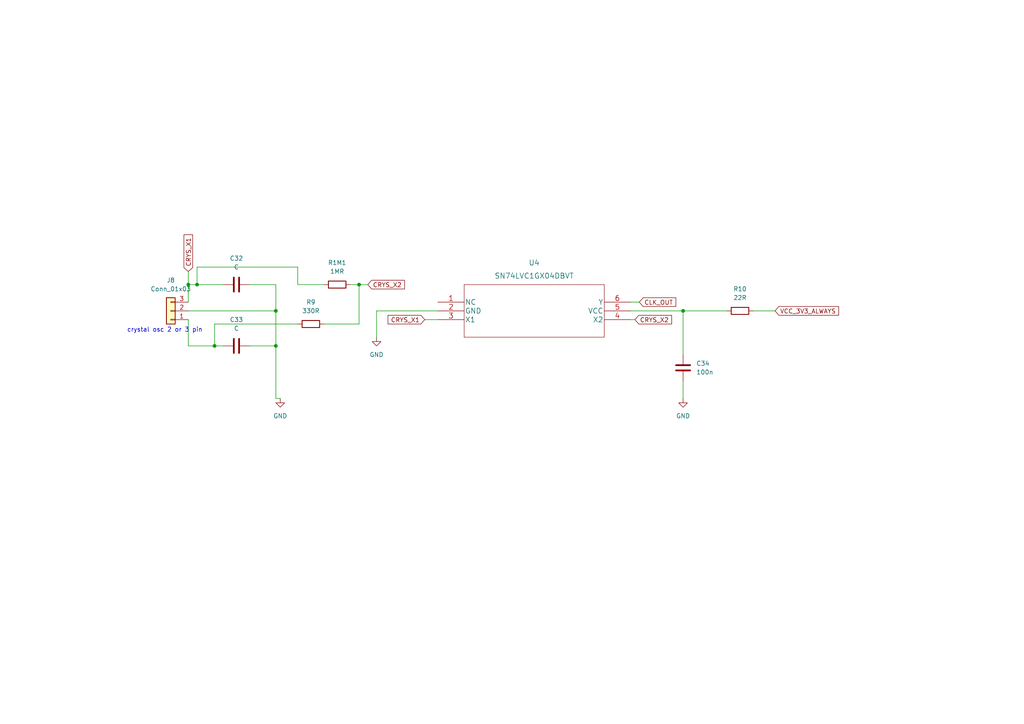
<source format=kicad_sch>
(kicad_sch (version 20211123) (generator eeschema)

  (uuid ec3cffd8-e176-4cc3-a842-f1d0fa2507b8)

  (paper "A4")

  (lib_symbols
    (symbol "Connector_Generic:Conn_01x03" (pin_names (offset 1.016) hide) (in_bom yes) (on_board yes)
      (property "Reference" "J" (id 0) (at 0 5.08 0)
        (effects (font (size 1.27 1.27)))
      )
      (property "Value" "Conn_01x03" (id 1) (at 0 -5.08 0)
        (effects (font (size 1.27 1.27)))
      )
      (property "Footprint" "" (id 2) (at 0 0 0)
        (effects (font (size 1.27 1.27)) hide)
      )
      (property "Datasheet" "~" (id 3) (at 0 0 0)
        (effects (font (size 1.27 1.27)) hide)
      )
      (property "ki_keywords" "connector" (id 4) (at 0 0 0)
        (effects (font (size 1.27 1.27)) hide)
      )
      (property "ki_description" "Generic connector, single row, 01x03, script generated (kicad-library-utils/schlib/autogen/connector/)" (id 5) (at 0 0 0)
        (effects (font (size 1.27 1.27)) hide)
      )
      (property "ki_fp_filters" "Connector*:*_1x??_*" (id 6) (at 0 0 0)
        (effects (font (size 1.27 1.27)) hide)
      )
      (symbol "Conn_01x03_1_1"
        (rectangle (start -1.27 -2.413) (end 0 -2.667)
          (stroke (width 0.1524) (type default) (color 0 0 0 0))
          (fill (type none))
        )
        (rectangle (start -1.27 0.127) (end 0 -0.127)
          (stroke (width 0.1524) (type default) (color 0 0 0 0))
          (fill (type none))
        )
        (rectangle (start -1.27 2.667) (end 0 2.413)
          (stroke (width 0.1524) (type default) (color 0 0 0 0))
          (fill (type none))
        )
        (rectangle (start -1.27 3.81) (end 1.27 -3.81)
          (stroke (width 0.254) (type default) (color 0 0 0 0))
          (fill (type background))
        )
        (pin passive line (at -5.08 2.54 0) (length 3.81)
          (name "Pin_1" (effects (font (size 1.27 1.27))))
          (number "1" (effects (font (size 1.27 1.27))))
        )
        (pin passive line (at -5.08 0 0) (length 3.81)
          (name "Pin_2" (effects (font (size 1.27 1.27))))
          (number "2" (effects (font (size 1.27 1.27))))
        )
        (pin passive line (at -5.08 -2.54 0) (length 3.81)
          (name "Pin_3" (effects (font (size 1.27 1.27))))
          (number "3" (effects (font (size 1.27 1.27))))
        )
      )
    )
    (symbol "Device:C" (pin_numbers hide) (pin_names (offset 0.254)) (in_bom yes) (on_board yes)
      (property "Reference" "C" (id 0) (at 0.635 2.54 0)
        (effects (font (size 1.27 1.27)) (justify left))
      )
      (property "Value" "C" (id 1) (at 0.635 -2.54 0)
        (effects (font (size 1.27 1.27)) (justify left))
      )
      (property "Footprint" "" (id 2) (at 0.9652 -3.81 0)
        (effects (font (size 1.27 1.27)) hide)
      )
      (property "Datasheet" "~" (id 3) (at 0 0 0)
        (effects (font (size 1.27 1.27)) hide)
      )
      (property "ki_keywords" "cap capacitor" (id 4) (at 0 0 0)
        (effects (font (size 1.27 1.27)) hide)
      )
      (property "ki_description" "Unpolarized capacitor" (id 5) (at 0 0 0)
        (effects (font (size 1.27 1.27)) hide)
      )
      (property "ki_fp_filters" "C_*" (id 6) (at 0 0 0)
        (effects (font (size 1.27 1.27)) hide)
      )
      (symbol "C_0_1"
        (polyline
          (pts
            (xy -2.032 -0.762)
            (xy 2.032 -0.762)
          )
          (stroke (width 0.508) (type default) (color 0 0 0 0))
          (fill (type none))
        )
        (polyline
          (pts
            (xy -2.032 0.762)
            (xy 2.032 0.762)
          )
          (stroke (width 0.508) (type default) (color 0 0 0 0))
          (fill (type none))
        )
      )
      (symbol "C_1_1"
        (pin passive line (at 0 3.81 270) (length 2.794)
          (name "~" (effects (font (size 1.27 1.27))))
          (number "1" (effects (font (size 1.27 1.27))))
        )
        (pin passive line (at 0 -3.81 90) (length 2.794)
          (name "~" (effects (font (size 1.27 1.27))))
          (number "2" (effects (font (size 1.27 1.27))))
        )
      )
    )
    (symbol "Device:R" (pin_numbers hide) (pin_names (offset 0)) (in_bom yes) (on_board yes)
      (property "Reference" "R" (id 0) (at 2.032 0 90)
        (effects (font (size 1.27 1.27)))
      )
      (property "Value" "R" (id 1) (at 0 0 90)
        (effects (font (size 1.27 1.27)))
      )
      (property "Footprint" "" (id 2) (at -1.778 0 90)
        (effects (font (size 1.27 1.27)) hide)
      )
      (property "Datasheet" "~" (id 3) (at 0 0 0)
        (effects (font (size 1.27 1.27)) hide)
      )
      (property "ki_keywords" "R res resistor" (id 4) (at 0 0 0)
        (effects (font (size 1.27 1.27)) hide)
      )
      (property "ki_description" "Resistor" (id 5) (at 0 0 0)
        (effects (font (size 1.27 1.27)) hide)
      )
      (property "ki_fp_filters" "R_*" (id 6) (at 0 0 0)
        (effects (font (size 1.27 1.27)) hide)
      )
      (symbol "R_0_1"
        (rectangle (start -1.016 -2.54) (end 1.016 2.54)
          (stroke (width 0.254) (type default) (color 0 0 0 0))
          (fill (type none))
        )
      )
      (symbol "R_1_1"
        (pin passive line (at 0 3.81 270) (length 1.27)
          (name "~" (effects (font (size 1.27 1.27))))
          (number "1" (effects (font (size 1.27 1.27))))
        )
        (pin passive line (at 0 -3.81 90) (length 1.27)
          (name "~" (effects (font (size 1.27 1.27))))
          (number "2" (effects (font (size 1.27 1.27))))
        )
      )
    )
    (symbol "glitcher:SN74LVC1GX04DBVT" (pin_names (offset 0.254)) (in_bom yes) (on_board yes)
      (property "Reference" "U" (id 0) (at 27.94 10.16 0)
        (effects (font (size 1.524 1.524)))
      )
      (property "Value" "SN74LVC1GX04DBVT" (id 1) (at 27.94 7.62 0)
        (effects (font (size 1.524 1.524)))
      )
      (property "Footprint" "DBV6" (id 2) (at 27.94 6.096 0)
        (effects (font (size 1.524 1.524)) hide)
      )
      (property "Datasheet" "" (id 3) (at 0 0 0)
        (effects (font (size 1.524 1.524)))
      )
      (property "ki_locked" "" (id 4) (at 0 0 0)
        (effects (font (size 1.27 1.27)))
      )
      (property "ki_fp_filters" "DBV6 DBV6-M DBV6-L" (id 5) (at 0 0 0)
        (effects (font (size 1.27 1.27)) hide)
      )
      (symbol "SN74LVC1GX04DBVT_1_1"
        (polyline
          (pts
            (xy 7.62 -10.16)
            (xy 48.26 -10.16)
          )
          (stroke (width 0.127) (type default) (color 0 0 0 0))
          (fill (type none))
        )
        (polyline
          (pts
            (xy 7.62 5.08)
            (xy 7.62 -10.16)
          )
          (stroke (width 0.127) (type default) (color 0 0 0 0))
          (fill (type none))
        )
        (polyline
          (pts
            (xy 48.26 -10.16)
            (xy 48.26 5.08)
          )
          (stroke (width 0.127) (type default) (color 0 0 0 0))
          (fill (type none))
        )
        (polyline
          (pts
            (xy 48.26 5.08)
            (xy 7.62 5.08)
          )
          (stroke (width 0.127) (type default) (color 0 0 0 0))
          (fill (type none))
        )
        (pin unspecified line (at 0 0 0) (length 7.62)
          (name "NC" (effects (font (size 1.4986 1.4986))))
          (number "1" (effects (font (size 1.4986 1.4986))))
        )
        (pin power_in line (at 0 -2.54 0) (length 7.62)
          (name "GND" (effects (font (size 1.4986 1.4986))))
          (number "2" (effects (font (size 1.4986 1.4986))))
        )
        (pin output line (at 0 -5.08 0) (length 7.62)
          (name "X1" (effects (font (size 1.4986 1.4986))))
          (number "3" (effects (font (size 1.4986 1.4986))))
        )
        (pin output line (at 55.88 -5.08 180) (length 7.62)
          (name "X2" (effects (font (size 1.4986 1.4986))))
          (number "4" (effects (font (size 1.4986 1.4986))))
        )
        (pin power_in line (at 55.88 -2.54 180) (length 7.62)
          (name "VCC" (effects (font (size 1.4986 1.4986))))
          (number "5" (effects (font (size 1.4986 1.4986))))
        )
        (pin output line (at 55.88 0 180) (length 7.62)
          (name "Y" (effects (font (size 1.4986 1.4986))))
          (number "6" (effects (font (size 1.4986 1.4986))))
        )
      )
    )
    (symbol "power:GND" (power) (pin_names (offset 0)) (in_bom yes) (on_board yes)
      (property "Reference" "#PWR" (id 0) (at 0 -6.35 0)
        (effects (font (size 1.27 1.27)) hide)
      )
      (property "Value" "GND" (id 1) (at 0 -3.81 0)
        (effects (font (size 1.27 1.27)))
      )
      (property "Footprint" "" (id 2) (at 0 0 0)
        (effects (font (size 1.27 1.27)) hide)
      )
      (property "Datasheet" "" (id 3) (at 0 0 0)
        (effects (font (size 1.27 1.27)) hide)
      )
      (property "ki_keywords" "power-flag" (id 4) (at 0 0 0)
        (effects (font (size 1.27 1.27)) hide)
      )
      (property "ki_description" "Power symbol creates a global label with name \"GND\" , ground" (id 5) (at 0 0 0)
        (effects (font (size 1.27 1.27)) hide)
      )
      (symbol "GND_0_1"
        (polyline
          (pts
            (xy 0 0)
            (xy 0 -1.27)
            (xy 1.27 -1.27)
            (xy 0 -2.54)
            (xy -1.27 -1.27)
            (xy 0 -1.27)
          )
          (stroke (width 0) (type default) (color 0 0 0 0))
          (fill (type none))
        )
      )
      (symbol "GND_1_1"
        (pin power_in line (at 0 0 270) (length 0) hide
          (name "GND" (effects (font (size 1.27 1.27))))
          (number "1" (effects (font (size 1.27 1.27))))
        )
      )
    )
  )

  (junction (at 57.15 82.55) (diameter 0) (color 0 0 0 0)
    (uuid 08c09bdd-2d4d-4e50-b0ef-ce2a70bd4ec0)
  )
  (junction (at 104.14 82.55) (diameter 0) (color 0 0 0 0)
    (uuid 0c754a10-080c-41e6-a246-dd3c5c50c0ea)
  )
  (junction (at 80.01 90.17) (diameter 0) (color 0 0 0 0)
    (uuid 315f55ed-6763-42cf-89bf-b14b8ff802a4)
  )
  (junction (at 62.23 100.33) (diameter 0) (color 0 0 0 0)
    (uuid bf53d53c-e207-491e-b029-650f95b1f55c)
  )
  (junction (at 198.12 90.17) (diameter 0) (color 0 0 0 0)
    (uuid c578684b-74a3-473e-8ef1-5deacdb8ed44)
  )
  (junction (at 54.61 82.55) (diameter 0) (color 0 0 0 0)
    (uuid e17ef4a1-da71-4e0a-962a-76accb9a61f8)
  )
  (junction (at 80.01 100.33) (diameter 0) (color 0 0 0 0)
    (uuid e8b31e80-e774-4dd1-b1e2-6e1c4a6b3083)
  )

  (wire (pts (xy 54.61 100.33) (xy 54.61 92.71))
    (stroke (width 0) (type default) (color 0 0 0 0))
    (uuid 1c24c729-9b74-4204-a74b-e64abfa4d459)
  )
  (wire (pts (xy 86.36 93.98) (xy 62.23 93.98))
    (stroke (width 0) (type default) (color 0 0 0 0))
    (uuid 2414a692-04ff-4daf-9007-ded3ac906915)
  )
  (wire (pts (xy 54.61 82.55) (xy 57.15 82.55))
    (stroke (width 0) (type default) (color 0 0 0 0))
    (uuid 257b61b3-1844-4876-a81f-9be13e2dbd84)
  )
  (wire (pts (xy 64.77 100.33) (xy 62.23 100.33))
    (stroke (width 0) (type default) (color 0 0 0 0))
    (uuid 28194f4f-55fd-4423-981f-c2816d8d55ce)
  )
  (wire (pts (xy 80.01 82.55) (xy 80.01 90.17))
    (stroke (width 0) (type default) (color 0 0 0 0))
    (uuid 28ee1599-30df-43c0-b452-c94473713768)
  )
  (wire (pts (xy 54.61 90.17) (xy 80.01 90.17))
    (stroke (width 0) (type default) (color 0 0 0 0))
    (uuid 2cae8a38-1fe7-46d9-b60c-c445d4df8e2e)
  )
  (wire (pts (xy 80.01 90.17) (xy 80.01 100.33))
    (stroke (width 0) (type default) (color 0 0 0 0))
    (uuid 2ffb4c2b-6d95-4f28-a5de-3b0fdc9b76d8)
  )
  (wire (pts (xy 86.36 77.47) (xy 57.15 77.47))
    (stroke (width 0) (type default) (color 0 0 0 0))
    (uuid 32a6d72d-d055-4b1e-be99-963b9d442fb2)
  )
  (wire (pts (xy 109.22 97.79) (xy 109.22 90.17))
    (stroke (width 0) (type default) (color 0 0 0 0))
    (uuid 43bd7737-07a1-4d43-868f-2094ad0ef333)
  )
  (wire (pts (xy 182.88 92.71) (xy 184.15 92.71))
    (stroke (width 0) (type default) (color 0 0 0 0))
    (uuid 5398eb8b-ecef-4638-aa5d-6977099f01cc)
  )
  (wire (pts (xy 198.12 90.17) (xy 210.82 90.17))
    (stroke (width 0) (type default) (color 0 0 0 0))
    (uuid 5f8c4d6c-1ca2-4b46-9bbb-ac8ec3cae566)
  )
  (wire (pts (xy 123.19 92.71) (xy 127 92.71))
    (stroke (width 0) (type default) (color 0 0 0 0))
    (uuid 61d43247-65ce-481a-8301-384bc3623167)
  )
  (wire (pts (xy 57.15 77.47) (xy 57.15 82.55))
    (stroke (width 0) (type default) (color 0 0 0 0))
    (uuid 62db49e7-554d-4505-b457-d2611278e408)
  )
  (wire (pts (xy 101.6 82.55) (xy 104.14 82.55))
    (stroke (width 0) (type default) (color 0 0 0 0))
    (uuid 64551682-eb99-4849-ab94-fc715e7afd13)
  )
  (wire (pts (xy 54.61 87.63) (xy 54.61 82.55))
    (stroke (width 0) (type default) (color 0 0 0 0))
    (uuid 73596efe-873b-44a4-b029-bbec938dc5ec)
  )
  (wire (pts (xy 54.61 78.74) (xy 54.61 82.55))
    (stroke (width 0) (type default) (color 0 0 0 0))
    (uuid 7d631f0b-8493-44b8-82a2-ef8752002b07)
  )
  (wire (pts (xy 80.01 100.33) (xy 72.39 100.33))
    (stroke (width 0) (type default) (color 0 0 0 0))
    (uuid 7e361cf1-19a0-441a-a741-ea992a0c2288)
  )
  (wire (pts (xy 104.14 93.98) (xy 104.14 82.55))
    (stroke (width 0) (type default) (color 0 0 0 0))
    (uuid 824d64a3-b8d0-4839-9ad3-bc3accdb75a6)
  )
  (wire (pts (xy 62.23 100.33) (xy 54.61 100.33))
    (stroke (width 0) (type default) (color 0 0 0 0))
    (uuid 82aa8508-4aec-470b-bf46-5b3182e80ce9)
  )
  (wire (pts (xy 198.12 102.87) (xy 198.12 90.17))
    (stroke (width 0) (type default) (color 0 0 0 0))
    (uuid 87672336-188f-487a-84a4-daf3c40b7634)
  )
  (wire (pts (xy 72.39 82.55) (xy 80.01 82.55))
    (stroke (width 0) (type default) (color 0 0 0 0))
    (uuid 87f5726a-b096-479b-bb0f-982321db7c4b)
  )
  (wire (pts (xy 93.98 82.55) (xy 86.36 82.55))
    (stroke (width 0) (type default) (color 0 0 0 0))
    (uuid 8b33899c-87b5-4ed5-b605-b8347dbfdd74)
  )
  (wire (pts (xy 57.15 82.55) (xy 64.77 82.55))
    (stroke (width 0) (type default) (color 0 0 0 0))
    (uuid 8d39e3eb-a4d8-46a7-8bda-69e051f03e5d)
  )
  (wire (pts (xy 93.98 93.98) (xy 104.14 93.98))
    (stroke (width 0) (type default) (color 0 0 0 0))
    (uuid 94f4afbd-c031-4097-9766-07c4d55ed131)
  )
  (wire (pts (xy 182.88 87.63) (xy 185.42 87.63))
    (stroke (width 0) (type default) (color 0 0 0 0))
    (uuid ae15fce7-df78-4917-ab45-e0badbb968e2)
  )
  (wire (pts (xy 86.36 82.55) (xy 86.36 77.47))
    (stroke (width 0) (type default) (color 0 0 0 0))
    (uuid ba7faa56-cc25-4de9-9686-00d657111338)
  )
  (wire (pts (xy 80.01 100.33) (xy 80.01 115.57))
    (stroke (width 0) (type default) (color 0 0 0 0))
    (uuid c0b1314e-5275-480e-a236-eecee6cb00c4)
  )
  (wire (pts (xy 218.44 90.17) (xy 224.79 90.17))
    (stroke (width 0) (type default) (color 0 0 0 0))
    (uuid ca812124-a3fe-4037-8b55-5cf6c9ea66e1)
  )
  (wire (pts (xy 198.12 110.49) (xy 198.12 115.57))
    (stroke (width 0) (type default) (color 0 0 0 0))
    (uuid cbdf56ed-3829-4661-be9a-7d86d9990379)
  )
  (wire (pts (xy 80.01 115.57) (xy 81.28 115.57))
    (stroke (width 0) (type default) (color 0 0 0 0))
    (uuid cda8baa9-2dc8-455d-b5ae-2a531a6bf7f9)
  )
  (wire (pts (xy 198.12 90.17) (xy 182.88 90.17))
    (stroke (width 0) (type default) (color 0 0 0 0))
    (uuid df73e0c0-96bd-419c-88cb-d87f58f97c2c)
  )
  (wire (pts (xy 104.14 82.55) (xy 106.68 82.55))
    (stroke (width 0) (type default) (color 0 0 0 0))
    (uuid ec2c145b-f5e4-4466-9701-2e15bd3dc3e8)
  )
  (wire (pts (xy 62.23 93.98) (xy 62.23 100.33))
    (stroke (width 0) (type default) (color 0 0 0 0))
    (uuid fb5998b9-0446-48d3-9dda-f343f8b5e8f5)
  )
  (wire (pts (xy 109.22 90.17) (xy 127 90.17))
    (stroke (width 0) (type default) (color 0 0 0 0))
    (uuid fd0dabdf-8179-4138-8ffa-f0254e0250f5)
  )

  (text "crystal osc 2 or 3 pin" (at 36.83 96.52 0)
    (effects (font (size 1.27 1.27)) (justify left bottom))
    (uuid 566b2fd6-5209-43b3-a19f-401c4e34f39c)
  )

  (global_label "CRYS_X2" (shape input) (at 106.68 82.55 0) (fields_autoplaced)
    (effects (font (size 1.27 1.27)) (justify left))
    (uuid 02834a90-3f74-43ce-9b9b-14f9a35b9490)
    (property "Intersheet References" "${INTERSHEET_REFS}" (id 0) (at 117.3179 82.4706 0)
      (effects (font (size 1.27 1.27)) (justify left) hide)
    )
  )
  (global_label "CRYS_X1" (shape input) (at 54.61 78.74 90) (fields_autoplaced)
    (effects (font (size 1.27 1.27)) (justify left))
    (uuid 5bdb098b-5604-4902-9b60-24dcfb1a2765)
    (property "Intersheet References" "${INTERSHEET_REFS}" (id 0) (at 54.5306 68.1021 90)
      (effects (font (size 1.27 1.27)) (justify left) hide)
    )
  )
  (global_label "CLK_OUT" (shape input) (at 185.42 87.63 0) (fields_autoplaced)
    (effects (font (size 1.27 1.27)) (justify left))
    (uuid 8152b6d8-242c-4137-9092-124e5e6c237a)
    (property "Intersheet References" "${INTERSHEET_REFS}" (id 0) (at 195.9974 87.5506 0)
      (effects (font (size 1.27 1.27)) (justify left) hide)
    )
  )
  (global_label "CRYS_X2" (shape input) (at 184.15 92.71 0) (fields_autoplaced)
    (effects (font (size 1.27 1.27)) (justify left))
    (uuid 9d366ee4-30a3-4060-85de-42b5eadcce64)
    (property "Intersheet References" "${INTERSHEET_REFS}" (id 0) (at 194.7879 92.6306 0)
      (effects (font (size 1.27 1.27)) (justify left) hide)
    )
  )
  (global_label "CRYS_X1" (shape input) (at 123.19 92.71 180) (fields_autoplaced)
    (effects (font (size 1.27 1.27)) (justify right))
    (uuid bd18f421-9e25-40ed-abea-5294ea69f7db)
    (property "Intersheet References" "${INTERSHEET_REFS}" (id 0) (at 112.5521 92.6306 0)
      (effects (font (size 1.27 1.27)) (justify right) hide)
    )
  )
  (global_label "VCC_3V3_ALWAYS" (shape input) (at 224.79 90.17 0) (fields_autoplaced)
    (effects (font (size 1.27 1.27)) (justify left))
    (uuid fbcc678c-f571-4f52-913d-188a529c3ba5)
    (property "Intersheet References" "${INTERSHEET_REFS}" (id 0) (at 243.2293 90.0906 0)
      (effects (font (size 1.27 1.27)) (justify left) hide)
    )
  )

  (symbol (lib_id "Device:R") (at 97.79 82.55 90) (unit 1)
    (in_bom yes) (on_board yes) (fields_autoplaced)
    (uuid 0ef408d9-0cd8-4031-914a-02d14fde1ea1)
    (property "Reference" "R1M1" (id 0) (at 97.79 76.2 90))
    (property "Value" "1MR" (id 1) (at 97.79 78.74 90))
    (property "Footprint" "Resistor_SMD:R_0603_1608Metric_Pad0.98x0.95mm_HandSolder" (id 2) (at 97.79 84.328 90)
      (effects (font (size 1.27 1.27)) hide)
    )
    (property "Datasheet" "~" (id 3) (at 97.79 82.55 0)
      (effects (font (size 1.27 1.27)) hide)
    )
    (pin "1" (uuid bf30ae39-e7da-4cda-9463-513558553264))
    (pin "2" (uuid 87a16c45-2291-4c93-87bc-8844ac636015))
  )

  (symbol (lib_id "Connector_Generic:Conn_01x03") (at 49.53 90.17 180) (unit 1)
    (in_bom yes) (on_board yes) (fields_autoplaced)
    (uuid 131ca3a9-f5ee-44dc-8ed5-f51765bee026)
    (property "Reference" "J8" (id 0) (at 49.53 81.28 0))
    (property "Value" "Conn_01x03" (id 1) (at 49.53 83.82 0))
    (property "Footprint" "Connector_PinSocket_2.54mm:PinSocket_1x03_P2.54mm_Vertical" (id 2) (at 49.53 90.17 0)
      (effects (font (size 1.27 1.27)) hide)
    )
    (property "Datasheet" "~" (id 3) (at 49.53 90.17 0)
      (effects (font (size 1.27 1.27)) hide)
    )
    (pin "1" (uuid 52e7d8c2-6d96-4e72-9273-6363004ebaaa))
    (pin "2" (uuid e0fb6a45-00a6-440b-ba7c-90ff074ea3f4))
    (pin "3" (uuid 7160fb41-c93d-4ffc-85d0-d4faae9302a6))
  )

  (symbol (lib_id "Device:C") (at 68.58 100.33 90) (unit 1)
    (in_bom yes) (on_board yes) (fields_autoplaced)
    (uuid 3083b4a3-f0fa-447c-a874-ceb59dc6e781)
    (property "Reference" "C33" (id 0) (at 68.58 92.71 90))
    (property "Value" "C" (id 1) (at 68.58 95.25 90))
    (property "Footprint" "Capacitor_SMD:C_0603_1608Metric_Pad1.08x0.95mm_HandSolder" (id 2) (at 72.39 99.3648 0)
      (effects (font (size 1.27 1.27)) hide)
    )
    (property "Datasheet" "~" (id 3) (at 68.58 100.33 0)
      (effects (font (size 1.27 1.27)) hide)
    )
    (pin "1" (uuid 6963d9ab-1a9d-4b94-9ed2-98f62dc13e4b))
    (pin "2" (uuid ae5429bd-3305-4df1-a084-4d2c554dccc2))
  )

  (symbol (lib_id "power:GND") (at 198.12 115.57 0) (unit 1)
    (in_bom yes) (on_board yes) (fields_autoplaced)
    (uuid 3f4c302d-9504-459f-8a12-0bd4e0496fd4)
    (property "Reference" "#PWR0148" (id 0) (at 198.12 121.92 0)
      (effects (font (size 1.27 1.27)) hide)
    )
    (property "Value" "GND" (id 1) (at 198.12 120.65 0))
    (property "Footprint" "" (id 2) (at 198.12 115.57 0)
      (effects (font (size 1.27 1.27)) hide)
    )
    (property "Datasheet" "" (id 3) (at 198.12 115.57 0)
      (effects (font (size 1.27 1.27)) hide)
    )
    (pin "1" (uuid c0f556fe-f6c5-4d26-93d4-73a5f88db6f8))
  )

  (symbol (lib_id "glitcher:SN74LVC1GX04DBVT") (at 127 87.63 0) (unit 1)
    (in_bom yes) (on_board yes) (fields_autoplaced)
    (uuid 59b9a25c-f755-40ad-aa48-b4855629f81c)
    (property "Reference" "U4" (id 0) (at 154.94 76.2 0)
      (effects (font (size 1.524 1.524)))
    )
    (property "Value" "SN74LVC1GX04DBVT" (id 1) (at 154.94 80.01 0)
      (effects (font (size 1.524 1.524)))
    )
    (property "Footprint" "all_lib:oscdrv" (id 2) (at 154.94 81.534 0)
      (effects (font (size 1.524 1.524)) hide)
    )
    (property "Datasheet" "" (id 3) (at 127 87.63 0)
      (effects (font (size 1.524 1.524)))
    )
    (pin "1" (uuid 4dc4e320-5465-4f59-87f6-12b3af663cc1))
    (pin "2" (uuid ab2c4d69-5afb-4ab7-a8d9-d64464e68ba5))
    (pin "3" (uuid 28c90aff-6ead-48f1-a23e-a6d635fbcd66))
    (pin "4" (uuid 0cdaf4fe-7911-44f3-b760-ed04a721debd))
    (pin "5" (uuid a10a270f-0d28-478e-b8bb-3764178808f0))
    (pin "6" (uuid 78e75667-3b6c-4ab3-b640-dba9d1183e79))
  )

  (symbol (lib_id "power:GND") (at 81.28 115.57 0) (unit 1)
    (in_bom yes) (on_board yes) (fields_autoplaced)
    (uuid 96537e77-7585-411f-91e5-f477eb91bbe7)
    (property "Reference" "#PWR0147" (id 0) (at 81.28 121.92 0)
      (effects (font (size 1.27 1.27)) hide)
    )
    (property "Value" "GND" (id 1) (at 81.28 120.65 0))
    (property "Footprint" "" (id 2) (at 81.28 115.57 0)
      (effects (font (size 1.27 1.27)) hide)
    )
    (property "Datasheet" "" (id 3) (at 81.28 115.57 0)
      (effects (font (size 1.27 1.27)) hide)
    )
    (pin "1" (uuid f3c2bc47-42a3-4e33-aa78-6fa7871c308e))
  )

  (symbol (lib_id "Device:C") (at 68.58 82.55 90) (unit 1)
    (in_bom yes) (on_board yes) (fields_autoplaced)
    (uuid a5f77af3-8cdf-4b9d-a210-8360fe859ca0)
    (property "Reference" "C32" (id 0) (at 68.58 74.93 90))
    (property "Value" "C" (id 1) (at 68.58 77.47 90))
    (property "Footprint" "Capacitor_SMD:C_0603_1608Metric_Pad1.08x0.95mm_HandSolder" (id 2) (at 72.39 81.5848 0)
      (effects (font (size 1.27 1.27)) hide)
    )
    (property "Datasheet" "~" (id 3) (at 68.58 82.55 0)
      (effects (font (size 1.27 1.27)) hide)
    )
    (pin "1" (uuid ac1b36d4-9501-4af9-bfde-d22dd03c9e85))
    (pin "2" (uuid 552d05e6-7a54-4cb7-979a-f60914028823))
  )

  (symbol (lib_id "Device:C") (at 198.12 106.68 0) (unit 1)
    (in_bom yes) (on_board yes) (fields_autoplaced)
    (uuid b1272a1f-c5c5-42c6-845a-54d489f7ddd7)
    (property "Reference" "C34" (id 0) (at 201.93 105.4099 0)
      (effects (font (size 1.27 1.27)) (justify left))
    )
    (property "Value" "100n" (id 1) (at 201.93 107.9499 0)
      (effects (font (size 1.27 1.27)) (justify left))
    )
    (property "Footprint" "Capacitor_SMD:C_0603_1608Metric_Pad1.08x0.95mm_HandSolder" (id 2) (at 199.0852 110.49 0)
      (effects (font (size 1.27 1.27)) hide)
    )
    (property "Datasheet" "~" (id 3) (at 198.12 106.68 0)
      (effects (font (size 1.27 1.27)) hide)
    )
    (pin "1" (uuid aa1675b1-a852-4c9e-a27b-e4691b71f6b0))
    (pin "2" (uuid 328e5ba9-abc6-4bbb-ade9-4945bc9c8553))
  )

  (symbol (lib_id "Device:R") (at 90.17 93.98 90) (unit 1)
    (in_bom yes) (on_board yes) (fields_autoplaced)
    (uuid b657e772-04db-463f-9b69-f760a1b67afb)
    (property "Reference" "R9" (id 0) (at 90.17 87.63 90))
    (property "Value" "330R" (id 1) (at 90.17 90.17 90))
    (property "Footprint" "Resistor_SMD:R_0603_1608Metric_Pad0.98x0.95mm_HandSolder" (id 2) (at 90.17 95.758 90)
      (effects (font (size 1.27 1.27)) hide)
    )
    (property "Datasheet" "~" (id 3) (at 90.17 93.98 0)
      (effects (font (size 1.27 1.27)) hide)
    )
    (pin "1" (uuid 0238e494-a739-44d1-a604-44b13b4cbdaf))
    (pin "2" (uuid 5137fa63-5ce6-41fc-a6ba-1c031cc0811b))
  )

  (symbol (lib_id "Device:R") (at 214.63 90.17 90) (unit 1)
    (in_bom yes) (on_board yes) (fields_autoplaced)
    (uuid dd388b28-3e77-4d44-8149-600b170999e0)
    (property "Reference" "R10" (id 0) (at 214.63 83.82 90))
    (property "Value" "22R" (id 1) (at 214.63 86.36 90))
    (property "Footprint" "Resistor_SMD:R_0603_1608Metric_Pad0.98x0.95mm_HandSolder" (id 2) (at 214.63 91.948 90)
      (effects (font (size 1.27 1.27)) hide)
    )
    (property "Datasheet" "~" (id 3) (at 214.63 90.17 0)
      (effects (font (size 1.27 1.27)) hide)
    )
    (pin "1" (uuid 297569e1-b2e8-4317-af6d-ad5df53a1596))
    (pin "2" (uuid c82c5ca5-3cbb-4c8c-89e4-46fd985afe48))
  )

  (symbol (lib_id "power:GND") (at 109.22 97.79 0) (unit 1)
    (in_bom yes) (on_board yes) (fields_autoplaced)
    (uuid fc13e373-f30b-45fc-a573-17a36b0892bd)
    (property "Reference" "#PWR0149" (id 0) (at 109.22 104.14 0)
      (effects (font (size 1.27 1.27)) hide)
    )
    (property "Value" "GND" (id 1) (at 109.22 102.87 0))
    (property "Footprint" "" (id 2) (at 109.22 97.79 0)
      (effects (font (size 1.27 1.27)) hide)
    )
    (property "Datasheet" "" (id 3) (at 109.22 97.79 0)
      (effects (font (size 1.27 1.27)) hide)
    )
    (pin "1" (uuid 0ae4c972-ff2c-4b43-b472-7a6da905e648))
  )
)

</source>
